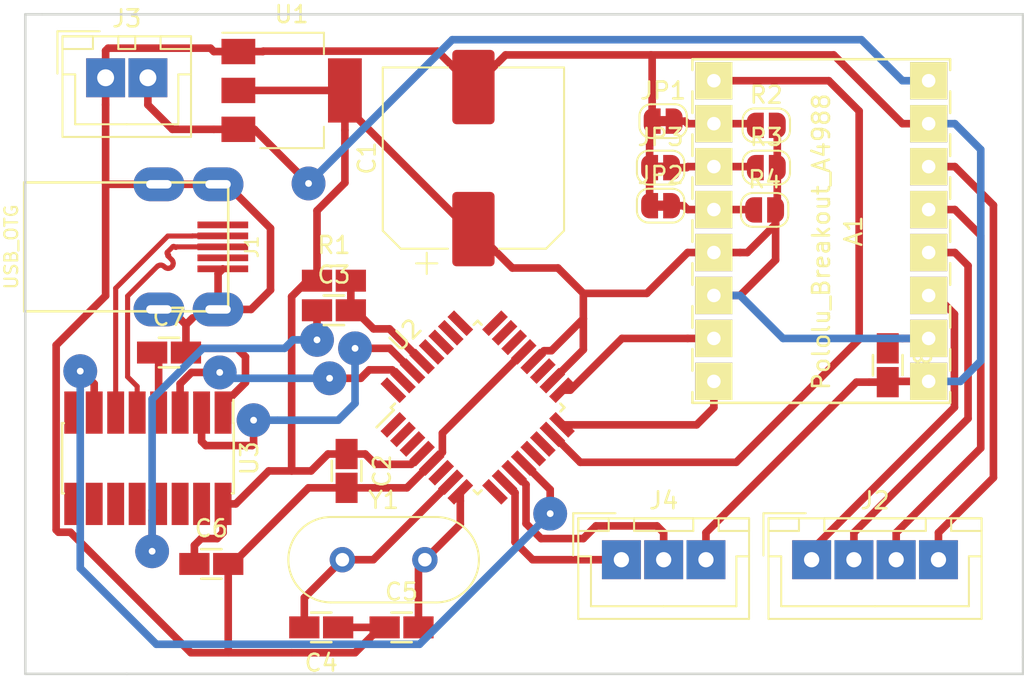
<source format=kicad_pcb>
(kicad_pcb (version 20221018) (generator pcbnew)
  (layers (0 "F.Cu" signal) (31 "B.Cu" signal) (34 "B.Paste" user) (35 "F.Paste" user) (36 "B.SilkS" user "B.Silkscreen") (37 "F.SilkS" user "F.Silkscreen") (38 "B.Mask" user) (39 "F.Mask" user) (44 "Edge.Cuts" user))
  (net 0 "")
  (net 1 "GND")
  (net 2 "Net-(J1-Pad4)")
  (net 3 "Net-(J1-Pad1)")
  (net 4 "Net-(A1-Pad3)")
  (net 5 "Net-(A1-Pad4)")
  (net 6 "Net-(A1-Pad5)")
  (net 7 "Net-(A1-Pad6)")
  (net 8 "+5V")
  (net 9 "Net-(C3-Pad2)")
  (net 10 "Net-(C7-Pad1)")
  (net 11 "Net-(C5-Pad2)")
  (net 12 "Net-(C4-Pad2)")
  (net 13 "RST")
  (net 14 "+12V")
  (net 15 "RXD")
  (net 16 "TXD")
  (net 17 "CLKOUT")
  (net 18 "Net-(U3-Pad8)")
  (net 19 "Net-(U3-Pad9)")
  (net 20 "Net-(U3-Pad10)")
  (net 21 "Net-(U3-Pad11)")
  (net 22 "Net-(U3-Pad12)")
  (net 23 "Net-(U3-Pad14)")
  (net 24 "Net-(U3-Pad15)")
  (net 25 "Net-(U2-Pad1)")
  (net 26 "Net-(U2-Pad2)")
  (net 27 "Net-(U2-Pad3)")
  (net 28 "Net-(U2-Pad6)")
  (net 29 "Net-(U2-Pad9)")
  (net 30 "Net-(U2-Pad13)")
  (net 31 "Net-(U2-Pad14)")
  (net 32 "Net-(U2-Pad19)")
  (net 33 "Net-(U2-Pad22)")
  (net 34 "Net-(U2-Pad23)")
  (net 35 "Net-(U2-Pad24)")
  (net 36 "Net-(U2-Pad25)")
  (net 37 "Net-(U2-Pad26)")
  (net 38 "Net-(U2-Pad27)")
  (net 39 "Net-(U2-Pad28)")
  (net 40 "Net-(U2-Pad32)")
  (net 41 "Net-(A1-Pad10)")
  (net 42 "Net-(A1-Pad11)")
  (net 43 "Net-(A1-Pad12)")
  (net 44 "/D+")
  (net 45 "/D-")
  (net 46 "STEP_EN")
  (net 47 "STEP_DIR")
  (net 48 "STEP_STEP")
  (net 49 "/DOWN")
  (net 50 "/UP")
  (footprint "coddingtonbear:UJ2-MIBH-4-SMT" (layer "F.Cu") (at 108 99.75 -90)
    (fp_text reference "J1")
    (fp_text value "USB_OTG")
  )
  (footprint "coddingtonbear:0805_Milling" (layer "F.Cu") (at 114.25 101.75)
    (fp_text reference "R1")
    (fp_text value "10k")
  )
  (footprint "coddingtonbear:0805_Milling" (layer "F.Cu") (at 147 106.75 -90)
    (fp_text reference "C8")
    (fp_text value "0.1u")
  )
  (footprint "coddingtonbear:0805_Milling" (layer "F.Cu") (at 104.5 106)
    (fp_text reference "C7")
    (fp_text value "0.1u")
  )
  (footprint "coddingtonbear:0805_Milling" (layer "F.Cu") (at 118.25 122.25)
    (fp_text reference "C5")
    (fp_text value "22p")
  )
  (footprint "coddingtonbear:0805_Milling" (layer "F.Cu") (at 113.5 122.25 180)
    (fp_text reference "C4")
    (fp_text value "22p")
  )
  (footprint "coddingtonbear:0805_Milling" (layer "F.Cu") (at 114.25 103.5)
    (fp_text reference "C3")
    (fp_text value "0.1u")
  )
  (footprint "coddingtonbear:0805_Milling" (layer "F.Cu") (at 115 113 -90)
    (fp_text reference "C2")
    (fp_text value "0.1u")
  )
  (footprint "Package_SO:SOIC-16_3.9x9.9mm_P1.27mm" (layer "F.Cu") (at 103.25 112.25 -90)
    (fp_text reference "U3")
    (fp_text value "CH340G")
  )
  (footprint "Package_QFP:TQFP-32_7x7mm_P0.8mm" (layer "F.Cu") (at 122.75 109.25 45)
    (fp_text reference "U2")
    (fp_text value "ATmega328PB-AU")
  )
  (footprint "Jumper:SolderJumper-2_P1.3mm_Open_RoundedPad1.0x1.5mm" (layer "F.Cu") (at 139.819035 92.564554)
    (fp_text reference "R2")
    (fp_text value "JMP")
  )
  (footprint "Jumper:SolderJumper-2_P1.3mm_Open_RoundedPad1.0x1.5mm" (layer "F.Cu") (at 139.819035 95.064554)
    (fp_text reference "R3")
    (fp_text value "JMP")
  )
  (footprint "Jumper:SolderJumper-2_P1.3mm_Open_RoundedPad1.0x1.5mm" (layer "F.Cu") (at 139.719035 97.564554)
    (fp_text reference "R4")
    (fp_text value "JMP")
  )
  (footprint "Jumper:SolderJumper-2_P1.3mm_Bridged_RoundedPad1.0x1.5mm" (layer "F.Cu") (at 133.719035 92.314554)
    (fp_text reference "JP1")
    (fp_text value "Jumper_NC_Small")
  )
  (footprint "Jumper:SolderJumper-2_P1.3mm_Bridged_RoundedPad1.0x1.5mm" (layer "F.Cu") (at 133.569035 95.064554)
    (fp_text reference "JP3")
    (fp_text value "Jumper_NC_Small")
  )
  (footprint "Jumper:SolderJumper-2_P1.3mm_Bridged_RoundedPad1.0x1.5mm" (layer "F.Cu") (at 133.569035 97.314554)
    (fp_text reference "JP2")
    (fp_text value "Jumper_NC_Small")
  )
  (footprint "Crystal:Crystal_HC49-U_Vertical" (layer "F.Cu") (at 114.75 118.25)
    (fp_text reference "Y1")
    (fp_text value "Crystal")
  )
  (footprint "coddingtonbear:Pololu_Stepper_Breakout" (layer "F.Cu") (at 143.069035 98.814554 180)
    (fp_text reference "A1")
    (fp_text value "Pololu_Breakout_A4988")
  )
  (footprint "coddingtonbear:JST_XH_B04B-XH-A_04x2.50mm_Straight_LargePads" (layer "F.Cu") (at 142.5 118.25)
    (fp_text reference "J2")
    (fp_text value "Stepper")
  )
  (footprint "coddingtonbear:JST_XH_B02B-XH-A_02x2.50mm_Straight_LargePads" (layer "F.Cu") (at 100.75 89.75)
    (fp_text reference "J3")
    (fp_text value "Power")
  )
  (footprint "Package_TO_SOT_SMD:SOT-223-3_TabPin2" (layer "F.Cu") (at 111.75 90.5)
    (fp_text reference "U1")
    (fp_text value "AZ1117-5.0")
  )
  (footprint "Capacitor_SMD:CP_Elec_10x10.5" (layer "F.Cu") (at 122.5 94.5 90)
    (fp_text reference "C1")
    (fp_text value "220u")
  )
  (footprint "coddingtonbear:0805_Milling" (layer "F.Cu") (at 107 118.5)
    (fp_text reference "C6")
    (fp_text value "0.1u")
  )
  (footprint "coddingtonbear:JST_XH_B03B-XH-A_03x2.50mm_Straight_LargePads" (layer "F.Cu") (at 131.25 118.25)
    (fp_text reference "J4")
    (fp_text value "Controls")
  )
  (gr_line (start 102 125) (end 96 125) (stroke (width 0.15)) (layer "Edge.Cuts"))
  (gr_line (start 155 86) (end 155 123) (stroke (width 0.15)) (layer "Edge.Cuts"))
  (gr_line (start 155 124) (end 155 125) (stroke (width 0.15)) (layer "Edge.Cuts"))
  (gr_line (start 155 125) (end 102 125) (stroke (width 0.15)) (layer "Edge.Cuts"))
  (gr_line (start 155 123) (end 155 124) (stroke (width 0.15)) (layer "Edge.Cuts"))
  (gr_line (start 97 86) (end 155 86) (stroke (width 0.15)) (layer "Edge.Cuts"))
  (gr_line (start 96 86) (end 97 86) (stroke (width 0.15)) (layer "Edge.Cuts"))
  (gr_line (start 96 125) (end 96 86) (stroke (width 0.15)) (layer "Edge.Cuts"))
  (segment (start 107.4 103.45) (end 109.35 103.45) (width 0.45) (layer "F.Cu") (net 1))
  (segment (start 100.75 102.640996) (end 97.824998 105.565998) (width 0.45) (layer "F.Cu") (net 1))
  (segment (start 124.835966 106.598348) (end 125.472361 105.961953) (width 0.45) (layer "F.Cu") (net 1))
  (segment (start 109.020004 106.25) (end 109.020004 107.774996) (width 0.45) (layer "F.Cu") (net 1))
  (segment (start 109.020004 107.774996) (end 107.695 109.1) (width 0.45) (layer "F.Cu") (net 1))
  (segment (start 120.027639 112.538047) (end 118.565686 114) (width 0.45) (layer "F.Cu") (net 1))
  (segment (start 120.664034 110.77028) (end 124.835966 106.598348) (width 0.45) (layer "F.Cu") (net 1))
  (segment (start 108 119.6) (end 108 123.75) (width 0.45) (layer "F.Cu") (net 1))
  (segment (start 149.419035 107.704554) (end 147.045446 107.704554) (width 0.45) (layer "F.Cu") (net 1))
  (segment (start 108 118.5) (end 108 119.6) (width 0.45) (layer "F.Cu") (net 1))
  (segment (start 108 118.5) (end 108.245 118.5) (width 0.45) (layer "F.Cu") (net 1))
  (segment (start 98.664999 116.625001) (end 105.789998 123.75) (width 0.45) (layer "F.Cu") (net 1))
  (segment (start 117.005 122.25) (end 115.505 123.75) (width 0.45) (layer "F.Cu") (net 1))
  (segment (start 118.565686 114) (end 115 114) (width 0.45) (layer "F.Cu") (net 1))
  (segment (start 97.824998 105.565998) (end 97.824998 116.485) (width 0.45) (layer "F.Cu") (net 1))
  (segment (start 132.919035 95.064554) (end 132.919035 92.464554) (width 0.45) (layer "F.Cu") (net 1))
  (segment (start 108.520004 105.75) (end 109.020004 106.25) (width 0.45) (layer "F.Cu") (net 1))
  (segment (start 109.35 103.45) (end 110.5 102.3) (width 0.45) (layer "F.Cu") (net 1))
  (segment (start 97.964999 116.625001) (end 98.664999 116.625001) (width 0.45) (layer "F.Cu") (net 1))
  (segment (start 149.419035 92.464554) (end 147.869035 92.464554) (width 0.45) (layer "F.Cu") (net 1))
  (segment (start 108.6 88.2) (end 110.05 88.2) (width 0.45) (layer "F.Cu") (net 1))
  (segment (start 107.4 103.45) (end 107.4 101.3279) (width 0.45) (layer "F.Cu") (net 1))
  (segment (start 143.804034 88.399553) (end 133 88.399553) (width 0.45) (layer "F.Cu") (net 1))
  (segment (start 117.25 122.25) (end 114.5 122.25) (width 0.45) (layer "F.Cu") (net 1))
  (segment (start 107.15 88.2) (end 108.6 88.2) (width 0.45) (layer "F.Cu") (net 1))
  (segment (start 97.824998 116.485) (end 97.964999 116.625001) (width 0.45) (layer "F.Cu") (net 1))
  (segment (start 110.5 102.3) (end 110.5 98.65) (width 0.45) (layer "F.Cu") (net 1))
  (segment (start 105.789998 123.75) (end 108 123.75) (width 0.45) (layer "F.Cu") (net 1))
  (segment (start 123.82071 88.97929) (end 122.5 90.3) (width 0.45) (layer "F.Cu") (net 1))
  (segment (start 133 88.399553) (end 124.400447 88.399553) (width 0.45) (layer "F.Cu") (net 1))
  (segment (start 110.5 98.65) (end 107.9 96.05) (width 0.45) (layer "F.Cu") (net 1))
  (segment (start 100.75 93.35) (end 100.75 96) (width 0.45) (layer "F.Cu") (net 1))
  (segment (start 100.75 96) (end 100.75 102.640996) (width 0.45) (layer "F.Cu") (net 1))
  (segment (start 103.9 103.45) (end 104.6 103.45) (width 0.45) (layer "F.Cu") (net 1))
  (segment (start 100.75 93.35) (end 100.75 91.35) (width 0.45) (layer "F.Cu") (net 1))
  (segment (start 110.075001 88.174999) (end 120.374999 88.174999) (width 0.45) (layer "F.Cu") (net 1))
  (segment (start 103.9 96.05) (end 100.8 96.05) (width 0.45) (layer "F.Cu") (net 1))
  (segment (start 133.069035 92.314554) (end 133.069035 88.468588) (width 0.45) (layer "F.Cu") (net 1))
  (segment (start 107.9 96.05) (end 107.4 96.05) (width 0.45) (layer "F.Cu") (net 1))
  (segment (start 117.25 122.25) (end 117.005 122.25) (width 0.45) (layer "F.Cu") (net 1))
  (segment (start 147.045446 107.704554) (end 147 107.75) (width 0.45) (layer "F.Cu") (net 1))
  (segment (start 105.745 106) (end 105.995 105.75) (width 0.45) (layer "F.Cu") (net 1))
  (segment (start 108 123.75) (end 111.75 123.75) (width 0.45) (layer "F.Cu") (net 1))
  (segment (start 132.919035 97.314554) (end 132.919035 95.064554) (width 0.45) (layer "F.Cu") (net 1))
  (segment (start 120.374999 88.174999) (end 121.17929 88.97929) (width 0.45) (layer "F.Cu") (net 1))
  (segment (start 100.75 89.75) (end 100.75 88.15) (width 0.45) (layer "F.Cu") (net 1))
  (segment (start 112.745 114) (end 115 114) (width 0.45) (layer "F.Cu") (net 1))
  (segment (start 110.05 88.2) (end 110.075001 88.174999) (width 0.45) (layer "F.Cu") (net 1))
  (segment (start 132.919035 92.464554) (end 133.069035 92.314554) (width 0.45) (layer "F.Cu") (net 1))
  (segment (start 136.25 118.25) (end 136.25 116.65) (width 0.45) (layer "F.Cu") (net 1))
  (segment (start 107.4 96.05) (end 103.9 96.05) (width 0.45) (layer "F.Cu") (net 1))
  (segment (start 105.5 104.35) (end 105.9 103.95) (width 0.45) (layer "F.Cu") (net 1))
  (segment (start 105.5 106) (end 105.5 104.35) (width 0.45) (layer "F.Cu") (net 1))
  (segment (start 145.15 107.75) (end 145.9 107.75) (width 0.45) (layer "F.Cu") (net 1))
  (segment (start 147.869035 92.464554) (end 143.804034 88.399553) (width 0.45) (layer "F.Cu") (net 1))
  (segment (start 105.995 105.75) (end 108.520004 105.75) (width 0.45) (layer "F.Cu") (net 1))
  (segment (start 106.95 88) (end 107.15 88.2) (width 0.45) (layer "F.Cu") (net 1))
  (segment (start 136.25 116.65) (end 145.15 107.75) (width 0.45) (layer "F.Cu") (net 1))
  (segment (start 120.664034 111.901652) (end 120.664034 110.77028) (width 0.45) (layer "F.Cu") (net 1))
  (segment (start 105.5 106) (end 105.745 106) (width 0.45) (layer "F.Cu") (net 1))
  (segment (start 100.8 96.05) (end 100.75 96) (width 0.45) (layer "F.Cu") (net 1))
  (segment (start 104.6 103.45) (end 105.5 104.35) (width 0.45) (layer "F.Cu") (net 1))
  (segment (start 120.027639 112.538047) (end 120.664034 111.901652) (width 0.45) (layer "F.Cu") (net 1))
  (segment (start 108.245 118.5) (end 112.745 114) (width 0.45) (layer "F.Cu") (net 1))
  (segment (start 121.17929 88.97929) (end 122.5 90.3) (width 0.45) (layer "F.Cu") (net 1))
  (segment (start 100.75 91.35) (end 100.75 89.75) (width 0.45) (layer "F.Cu") (net 1))
  (segment (start 107.695 109.1) (end 107.695 109.55) (width 0.45) (layer "F.Cu") (net 1))
  (segment (start 115.505 123.75) (end 111.75 123.75) (width 0.45) (layer "F.Cu") (net 1))
  (segment (start 133.069035 88.468588) (end 133 88.399553) (width 0.45) (layer "F.Cu") (net 1))
  (segment (start 100.75 88.15) (end 100.9 88) (width 0.45) (layer "F.Cu") (net 1))
  (segment (start 124.400447 88.399553) (end 123.82071 88.97929) (width 0.45) (layer "F.Cu") (net 1))
  (segment (start 145.9 107.75) (end 147 107.75) (width 0.45) (layer "F.Cu") (net 1))
  (segment (start 107.4 101.3279) (end 107.67996 101.04794) (width 0.45) (layer "F.Cu") (net 1))
  (segment (start 100.9 88) (end 106.95 88) (width 0.45) (layer "F.Cu") (net 1))
  (segment (start 150.969035 92.464554) (end 152.5 93.995519) (width 0.45) (layer "B.Cu") (net 1))
  (segment (start 149.419035 92.464554) (end 150.969035 92.464554) (width 0.45) (layer "B.Cu") (net 1))
  (segment (start 152.5 106.5) (end 151.295446 107.704554) (width 0.45) (layer "B.Cu") (net 1))
  (segment (start 151.295446 107.704554) (end 149.419035 107.704554) (width 0.45) (layer "B.Cu") (net 1))
  (segment (start 152.5 93.995519) (end 152.5 106.5) (width 0.45) (layer "B.Cu") (net 1))
  (segment (start 150.944036 103.724553) (end 149.844037 102.624554) (width 0.45) (layer "F.Cu") (net 4))
  (segment (start 142.5 118.25) (end 142.5 117.684998) (width 0.45) (layer "F.Cu") (net 4))
  (segment (start 142.5 117.684998) (end 150.944036 109.240962) (width 0.45) (layer "F.Cu") (net 4))
  (segment (start 150.944036 109.240962) (end 150.944036 103.724553) (width 0.45) (layer "F.Cu") (net 4))
  (segment (start 149.844037 102.624554) (end 149.419035 102.624554) (width 0.45) (layer "F.Cu") (net 4))
  (segment (start 145 116.65) (end 151.75 109.9) (width 0.45) (layer "F.Cu") (net 5))
  (segment (start 150.969035 100.084554) (end 149.419035 100.084554) (width 0.45) (layer "F.Cu") (net 5))
  (segment (start 151.75 100.865519) (end 150.969035 100.084554) (width 0.45) (layer "F.Cu") (net 5))
  (segment (start 145 118.25) (end 145 116.65) (width 0.45) (layer "F.Cu") (net 5))
  (segment (start 151.75 109.9) (end 151.75 100.865519) (width 0.45) (layer "F.Cu") (net 5))
  (segment (start 152.5 111.65) (end 152.5 99.075519) (width 0.45) (layer "F.Cu") (net 6))
  (segment (start 152.5 99.075519) (end 150.969035 97.544554) (width 0.45) (layer "F.Cu") (net 6))
  (segment (start 147.5 118.25) (end 147.5 116.65) (width 0.45) (layer "F.Cu") (net 6))
  (segment (start 147.5 116.65) (end 152.5 111.65) (width 0.45) (layer "F.Cu") (net 6))
  (segment (start 150.969035 97.544554) (end 149.419035 97.544554) (width 0.45) (layer "F.Cu") (net 6))
  (segment (start 150 118.25) (end 150 116.65) (width 0.45) (layer "F.Cu") (net 7))
  (segment (start 153.25 113.4) (end 153.25 97.285519) (width 0.45) (layer "F.Cu") (net 7))
  (segment (start 153.25 97.285519) (end 150.969035 95.004554) (width 0.45) (layer "F.Cu") (net 7))
  (segment (start 150 116.65) (end 153.25 113.4) (width 0.45) (layer "F.Cu") (net 7))
  (segment (start 150.969035 95.004554) (end 149.419035 95.004554) (width 0.45) (layer "F.Cu") (net 7))
  (segment (start 127.108756 105.891244) (end 126.674442 105.891244) (width 0.45) (layer "F.Cu") (net 8))
  (segment (start 147.869035 105.164554) (end 149.419035 105.164554) (width 0.45) (layer "F.Cu") (net 8))
  (segment (start 140.369035 97.564554) (end 140.369035 98.412146) (width 0.45) (layer "F.Cu") (net 8))
  (segment (start 114.9 91.4) (end 122.2 98.7) (width 0.45) (layer "F.Cu") (net 8))
  (segment (start 140.369035 97.564554) (end 140.369035 100.524554) (width 0.45) (layer "F.Cu") (net 8))
  (segment (start 114.9 92.85) (end 114.9 90.5) (width 0.45) (layer "F.Cu") (net 8))
  (segment (start 113.25 101.75) (end 112.689998 101.75) (width 0.45) (layer "F.Cu") (net 8))
  (segment (start 122.5 98.7) (end 124.8 101) (width 0.45) (layer "F.Cu") (net 8))
  (segment (start 124.8 101) (end 127.5 101) (width 0.45) (layer "F.Cu") (net 8))
  (segment (start 138.696627 100.084554) (end 138.269035 100.084554) (width 0.45) (layer "F.Cu") (net 8))
  (segment (start 122.2 98.7) (end 122.5 98.7) (width 0.45) (layer "F.Cu") (net 8))
  (segment (start 115 112) (end 116.1 112) (width 0.45) (layer "F.Cu") (net 8))
  (segment (start 108.445 114.95) (end 110.395 113) (width 0.45) (layer "F.Cu") (net 8))
  (segment (start 107.345 117) (end 107.695 116.65) (width 0.45) (layer "F.Cu") (net 8))
  (segment (start 114.9 95.959002) (end 114.9 92.85) (width 0.45) (layer "F.Cu") (net 8))
  (segment (start 111.75 102.689998) (end 111.75 113) (width 0.45) (layer "F.Cu") (net 8))
  (segment (start 126.674442 105.891244) (end 126.038047 106.527639) (width 0.45) (layer "F.Cu") (net 8))
  (segment (start 127.5 101) (end 129 102.5) (width 0.45) (layer "F.Cu") (net 8))
  (segment (start 106 118.5) (end 106 117.4) (width 0.45) (layer "F.Cu") (net 8))
  (segment (start 113.9 112) (end 112.9 113) (width 0.45) (layer "F.Cu") (net 8))
  (segment (start 106 117.4) (end 106.4 117) (width 0.45) (layer "F.Cu") (net 8))
  (segment (start 108.6 90.5) (end 114.9 90.5) (width 0.45) (layer "F.Cu") (net 8))
  (segment (start 114.9 90.5) (end 114.9 91.4) (width 0.45) (layer "F.Cu") (net 8))
  (segment (start 147.121443 105.164554) (end 147.869035 105.164554) (width 0.45) (layer "F.Cu") (net 8))
  (segment (start 113.25 101.75) (end 113.25 97.609002) (width 0.45) (layer "F.Cu") (net 8))
  (segment (start 140.369035 98.412146) (end 138.696627 100.084554) (width 0.45) (layer "F.Cu") (net 8))
  (segment (start 136.719035 100.084554) (end 135.169035 100.084554) (width 0.45) (layer "F.Cu") (net 8))
  (segment (start 106.4 117) (end 107.345 117) (width 0.45) (layer "F.Cu") (net 8))
  (segment (start 112.689998 101.75) (end 111.75 102.689998) (width 0.45) (layer "F.Cu") (net 8))
  (segment (start 113.25 97.609002) (end 114.9 95.959002) (width 0.45) (layer "F.Cu") (net 8))
  (segment (start 140.469035 92.564554) (end 140.469035 95.064554) (width 0.45) (layer "F.Cu") (net 8))
  (segment (start 116.708756 112.608756) (end 118.825558 112.608756) (width 0.45) (layer "F.Cu") (net 8))
  (segment (start 112.9 113) (end 111.75 113) (width 0.45) (layer "F.Cu") (net 8))
  (segment (start 118.825558 112.608756) (end 119.461953 111.972361) (width 0.45) (layer "F.Cu") (net 8))
  (segment (start 138.269035 100.084554) (end 136.719035 100.084554) (width 0.45) (layer "F.Cu") (net 8))
  (segment (start 129 105.828427) (end 129 104) (width 0.45) (layer "F.Cu") (net 8))
  (segment (start 132.753589 102.5) (end 129 102.5) (width 0.45) (layer "F.Cu") (net 8))
  (segment (start 127.169417 107.65901) (end 129 105.828427) (width 0.45) (layer "F.Cu") (net 8))
  (segment (start 107.695 116.65) (end 107.695 114.95) (width 0.45) (layer "F.Cu") (net 8))
  (segment (start 129 102.5) (end 129 104) (width 0.45) (layer "F.Cu") (net 8))
  (segment (start 140.369035 100.524554) (end 138.269035 102.624554) (width 0.45) (layer "F.Cu") (net 8))
  (segment (start 116.1 112) (end 116.708756 112.608756) (width 0.45) (layer "F.Cu") (net 8))
  (segment (start 140.469035 97.464554) (end 140.369035 97.564554) (width 0.45) (layer "F.Cu") (net 8))
  (segment (start 107.695 114.95) (end 108.445 114.95) (width 0.45) (layer "F.Cu") (net 8))
  (segment (start 140.469035 95.064554) (end 140.469035 97.464554) (width 0.45) (layer "F.Cu") (net 8))
  (segment (start 138.269035 102.624554) (end 136.719035 102.624554) (width 0.45) (layer "F.Cu") (net 8))
  (segment (start 135.169035 100.084554) (end 132.753589 102.5) (width 0.45) (layer "F.Cu") (net 8))
  (segment (start 129 104) (end 127.108756 105.891244) (width 0.45) (layer "F.Cu") (net 8))
  (segment (start 110.395 113) (end 111.75 113) (width 0.45) (layer "F.Cu") (net 8))
  (segment (start 115 112) (end 113.9 112) (width 0.45) (layer "F.Cu") (net 8))
  (segment (start 140.809035 105.164554) (end 147.869035 105.164554) (width 0.45) (layer "B.Cu") (net 8))
  (segment (start 138.269035 102.624554) (end 140.809035 105.164554) (width 0.45) (layer "B.Cu") (net 8))
  (segment (start 147.869035 105.164554) (end 149.419035 105.164554) (width 0.45) (layer "B.Cu") (net 8))
  (segment (start 136.719035 102.624554) (end 138.269035 102.624554) (width 0.45) (layer "B.Cu") (net 8))
  (segment (start 116.595 104.6) (end 117.534314 104.6) (width 0.45) (layer "F.Cu") (net 9))
  (segment (start 115.25 101.75) (end 115.25 103.5) (width 0.45) (layer "F.Cu") (net 9))
  (segment (start 118.825558 105.891244) (end 119.461953 106.527639) (width 0.45) (layer "F.Cu") (net 9))
  (segment (start 115.25 103.5) (end 115.495 103.5) (width 0.45) (layer "F.Cu") (net 9))
  (segment (start 115.495 103.5) (end 116.595 104.6) (width 0.45) (layer "F.Cu") (net 9))
  (segment (start 117.534314 104.6) (end 118.825558 105.891244) (width 0.45) (layer "F.Cu") (net 9))
  (segment (start 103.885 109.55) (end 103.885 106.385) (width 0.45) (layer "F.Cu") (net 10))
  (segment (start 103.885 106.385) (end 103.5 106) (width 0.45) (layer "F.Cu") (net 10))
  (segment (start 121.724695 114.775305) (end 121.724695 114.235103) (width 0.45) (layer "F.Cu") (net 11))
  (segment (start 121.724695 116.155305) (end 121.724695 114.775305) (width 0.45) (layer "F.Cu") (net 11))
  (segment (start 119.63 118.25) (end 121.724695 116.155305) (width 0.45) (layer "F.Cu") (net 11))
  (segment (start 119.25 122.25) (end 119.25 118.63) (width 0.45) (layer "F.Cu") (net 11))
  (segment (start 119.25 118.63) (end 119.63 118.25) (width 0.45) (layer "F.Cu") (net 11))
  (segment (start 114.75 118.25) (end 116.578427 118.25) (width 0.45) (layer "F.Cu") (net 12))
  (segment (start 112.5 122.25) (end 112.5 120.5) (width 0.45) (layer "F.Cu") (net 12))
  (segment (start 112.5 120.5) (end 114.75 118.25) (width 0.45) (layer "F.Cu") (net 12))
  (segment (start 116.578427 118.25) (end 121.15901 113.669417) (width 0.45) (layer "F.Cu") (net 12))
  (segment (start 113.25 103.5) (end 113.25 105.25) (width 0.45) (layer "F.Cu") (net 13))
  (segment (start 103.5 117.75) (end 103.5 115.335) (width 0.45) (layer "F.Cu") (net 13))
  (segment (start 103.5 115.335) (end 103.885 114.95) (width 0.45) (layer "F.Cu") (net 13))
  (via (at 113.25 105.25) (size 2) (drill 0.4) (layers "F.Cu" "B.Cu") (net 13))
  (via (at 103.5 117.75) (size 2) (drill 0.4) (layers "F.Cu" "B.Cu") (net 13))
  (segment (start 103.5 108.75) (end 103.5 117.75) (width 0.45) (layer "B.Cu") (net 13))
  (segment (start 111.835787 105.25) (end 111.335787 105.75) (width 0.45) (layer "B.Cu") (net 13))
  (segment (start 113.25 105.25) (end 111.835787 105.25) (width 0.45) (layer "B.Cu") (net 13))
  (segment (start 106.5 105.75) (end 103.5 108.75) (width 0.45) (layer "B.Cu") (net 13))
  (segment (start 111.335787 105.75) (end 106.5 105.75) (width 0.45) (layer "B.Cu") (net 13))
  (segment (start 103.25 89.75) (end 103.25 91.35) (width 0.45) (layer "F.Cu") (net 14))
  (segment (start 107.15 92.8) (end 108.6 92.8) (width 0.45) (layer "F.Cu") (net 14))
  (segment (start 104.7 92.8) (end 107.15 92.8) (width 0.45) (layer "F.Cu") (net 14))
  (segment (start 103.25 91.35) (end 104.7 92.8) (width 0.45) (layer "F.Cu") (net 14))
  (segment (start 109.55 92.8) (end 108.6 92.8) (width 0.45) (layer "F.Cu") (net 14))
  (segment (start 112.75 96) (end 109.55 92.8) (width 0.45) (layer "F.Cu") (net 14))
  (via (at 112.75 96) (size 2) (drill 0.4) (layers "F.Cu" "B.Cu") (net 14))
  (segment (start 145.444481 87.5) (end 121.25 87.5) (width 0.45) (layer "B.Cu") (net 14))
  (segment (start 149.419035 89.924554) (end 147.869035 89.924554) (width 0.45) (layer "B.Cu") (net 14))
  (segment (start 147.869035 89.924554) (end 145.444481 87.5) (width 0.45) (layer "B.Cu") (net 14))
  (segment (start 121.25 87.5) (end 112.75 96) (width 0.45) (layer "B.Cu") (net 14))
  (segment (start 117.552944 105.75) (end 118.896268 107.093324) (width 0.45) (layer "F.Cu") (net 15))
  (segment (start 109.5 111.414213) (end 109.5 110) (width 0.45) (layer "F.Cu") (net 15))
  (segment (start 106.425 109.55) (end 106.425 111.25) (width 0.45) (layer "F.Cu") (net 15))
  (segment (start 109.414213 111.5) (end 109.5 111.414213) (width 0.45) (layer "F.Cu") (net 15))
  (segment (start 106.675 111.5) (end 109.414213 111.5) (width 0.45) (layer "F.Cu") (net 15))
  (segment (start 106.425 111.25) (end 106.675 111.5) (width 0.45) (layer "F.Cu") (net 15))
  (segment (start 115.5 105.75) (end 117.552944 105.75) (width 0.45) (layer "F.Cu") (net 15))
  (via (at 115.5 105.75) (size 2) (drill 0.4) (layers "F.Cu" "B.Cu") (net 15))
  (via (at 109.5 110) (size 2) (drill 0.4) (layers "F.Cu" "B.Cu") (net 15))
  (segment (start 109.5 110) (end 110.914213 110) (width 0.45) (layer "B.Cu") (net 15))
  (segment (start 115.5 109) (end 115.5 105.75) (width 0.45) (layer "B.Cu") (net 15))
  (segment (start 110.914213 110) (end 114.5 110) (width 0.45) (layer "B.Cu") (net 15))
  (segment (start 114.5 110) (end 115.5 109) (width 0.45) (layer "B.Cu") (net 15))
  (segment (start 107.07999 107.17501) (end 107.497211 107.17501) (width 0.45) (layer "F.Cu") (net 16))
  (segment (start 105.82999 107.17501) (end 105.155 107.85) (width 0.45) (layer "F.Cu") (net 16))
  (segment (start 107.497211 107.17501) (end 105.82999 107.17501) (width 0.45) (layer "F.Cu") (net 16))
  (segment (start 115.408336 107.521147) (end 113.994123 107.521147) (width 0.45) (layer "F.Cu") (net 16))
  (segment (start 105.155 107.85) (end 105.155 109.55) (width 0.45) (layer "F.Cu") (net 16))
  (segment (start 117.694188 107.022615) (end 116.336387 107.022615) (width 0.45) (layer "F.Cu") (net 16))
  (segment (start 115.837855 107.521147) (end 115.408336 107.521147) (width 0.45) (layer "F.Cu") (net 16))
  (segment (start 116.336387 107.022615) (end 115.837855 107.521147) (width 0.45) (layer "F.Cu") (net 16))
  (segment (start 105.155 109.55) (end 105.155 109.1) (width 0.45) (layer "F.Cu") (net 16))
  (segment (start 118.330583 107.65901) (end 117.694188 107.022615) (width 0.45) (layer "F.Cu") (net 16))
  (via (at 107.497211 107.17501) (size 2) (drill 0.4) (layers "F.Cu" "B.Cu") (net 16))
  (via (at 113.994123 107.521147) (size 2) (drill 0.4) (layers "F.Cu" "B.Cu") (net 16))
  (segment (start 113.994123 107.521147) (end 107.843348 107.521147) (width 0.45) (layer "B.Cu") (net 16))
  (segment (start 107.843348 107.521147) (end 107.497211 107.17501) (width 0.45) (layer "B.Cu") (net 16))
  (segment (start 127.03996 114.105646) (end 127.03996 114.110478) (width 0.45) (layer "F.Cu") (net 17))
  (segment (start 99.32495 107.09995) (end 99.25 107.09995) (width 0.45) (layer "F.Cu") (net 17))
  (segment (start 100.075 107.85) (end 99.32495 107.09995) (width 0.45) (layer "F.Cu") (net 17))
  (segment (start 127.03996 114.110478) (end 127.03996 115.524691) (width 0.45) (layer "F.Cu") (net 17))
  (segment (start 125.472361 112.538047) (end 127.03996 114.105646) (width 0.45) (layer "F.Cu") (net 17))
  (segment (start 100.075 109.55) (end 100.075 107.85) (width 0.45) (layer "F.Cu") (net 17))
  (via (at 127.03996 115.524691) (size 2) (drill 0.4) (layers "F.Cu" "B.Cu") (net 17))
  (via (at 99.25 107.09995) (size 2) (drill 0.4) (layers "F.Cu" "B.Cu") (net 17))
  (segment (start 99.25 118.75) (end 103.75 123.25) (width 0.45) (layer "B.Cu") (net 17))
  (segment (start 119.314651 123.25) (end 126.039961 116.52469) (width 0.45) (layer "B.Cu") (net 17))
  (segment (start 103.75 123.25) (end 119.314651 123.25) (width 0.45) (layer "B.Cu") (net 17))
  (segment (start 126.039961 116.52469) (end 127.03996 115.524691) (width 0.45) (layer "B.Cu") (net 17))
  (segment (start 99.25 107.09995) (end 99.25 118.75) (width 0.45) (layer "B.Cu") (net 17))
  (segment (start 136.719035 92.464554) (end 135.169035 92.464554) (width 0.45) (layer "F.Cu") (net 41))
  (segment (start 135.169035 92.464554) (end 135.019035 92.314554) (width 0.45) (layer "F.Cu") (net 41))
  (segment (start 135.019035 92.314554) (end 134.394045 92.314554) (width 0.45) (layer "F.Cu") (net 41))
  (segment (start 139.069035 92.464554) (end 139.169035 92.564554) (width 0.45) (layer "F.Cu") (net 41))
  (segment (start 136.719035 92.464554) (end 139.069035 92.464554) (width 0.45) (layer "F.Cu") (net 41))
  (segment (start 135.169035 95.004554) (end 135.109035 95.064554) (width 0.45) (layer "F.Cu") (net 42))
  (segment (start 139.109035 95.004554) (end 139.169035 95.064554) (width 0.45) (layer "F.Cu") (net 42))
  (segment (start 135.109035 95.064554) (end 134.244045 95.064554) (width 0.45) (layer "F.Cu") (net 42))
  (segment (start 136.719035 95.004554) (end 139.109035 95.004554) (width 0.45) (layer "F.Cu") (net 42))
  (segment (start 136.719035 95.004554) (end 135.169035 95.004554) (width 0.45) (layer "F.Cu") (net 42))
  (segment (start 134.939035 97.314554) (end 134.244045 97.314554) (width 0.45) (layer "F.Cu") (net 43))
  (segment (start 139.049035 97.544554) (end 139.069035 97.564554) (width 0.45) (layer "F.Cu") (net 43))
  (segment (start 135.169035 97.544554) (end 134.939035 97.314554) (width 0.45) (layer "F.Cu") (net 43))
  (segment (start 136.719035 97.544554) (end 139.049035 97.544554) (width 0.45) (layer "F.Cu") (net 43))
  (segment (start 136.719035 97.544554) (end 135.169035 97.544554) (width 0.45) (layer "F.Cu") (net 43))
  (segment (start 104.606167 100.975501) (end 104.545642 101.004647) (width 0.3) (layer "F.Cu") (net 44))
  (segment (start 104.400642 100.159042) (end 104.412781 100.174264) (width 0.3) (layer "F.Cu") (net 44))
  (segment (start 104.744671 100.687892) (end 104.74467 100.755072) (width 0.3) (layer "F.Cu") (net 44))
  (segment (start 104.729314 99.737861) (end 104.714092 99.75) (width 0.3) (layer "F.Cu") (net 44))
  (segment (start 103.845797 100.874843) (end 103.793274 100.916728) (width 0.3) (layer "F.Cu") (net 44))
  (segment (start 104.387863 100.122521) (end 104.392195 100.141502) (width 0.3) (layer "F.Cu") (net 44))
  (segment (start 104.869808 99.770585) (end 104.852268 99.762138) (width 0.3) (layer "F.Cu") (net 44))
  (segment (start 104.927238 99.770585) (end 104.908257 99.774917) (width 0.3) (layer "F.Cu") (net 44))
  (segment (start 104.347474 101.004648) (end 104.286949 100.9755) (width 0.3) (layer "F.Cu") (net 44))
  (segment (start 104.908257 99.774917) (end 104.888789 99.774917) (width 0.3) (layer "F.Cu") (net 44))
  (segment (start 102.615 108) (end 102.615 109.55) (width 0.3) (layer "F.Cu") (net 44))
  (segment (start 104.852268 99.762138) (end 104.821824 99.737861) (width 0.3) (layer "F.Cu") (net 44))
  (segment (start 104.412969 101.019596) (end 104.347474 101.004648) (width 0.3) (layer "F.Cu") (net 44))
  (segment (start 104.700574 100.881092) (end 104.658689 100.933615) (width 0.3) (layer "F.Cu") (net 44))
  (segment (start 104.474257 100.23574) (end 104.429669 100.280331) (width 0.3) (layer "F.Cu") (net 44))
  (segment (start 104.765835 99.725082) (end 104.746854 99.729414) (width 0.3) (layer "F.Cu") (net 44))
  (segment (start 104.74467 100.755072) (end 104.729722 100.820566) (width 0.3) (layer "F.Cu") (net 44))
  (segment (start 104.038997 100.830746) (end 103.971817 100.830747) (width 0.3) (layer "F.Cu") (net 44))
  (segment (start 104.700575 100.561872) (end 104.729723 100.622398) (width 0.3) (layer "F.Cu") (net 44))
  (segment (start 104.785303 99.725082) (end 104.765835 99.725082) (width 0.3) (layer "F.Cu") (net 44))
  (segment (start 104.412781 100.174264) (end 104.474257 100.23574) (width 0.3) (layer "F.Cu") (net 44))
  (segment (start 104.234425 100.933615) (end 104.217538 100.916728) (width 0.3) (layer "F.Cu") (net 44))
  (segment (start 104.480147 101.019597) (end 104.412969 101.019596) (width 0.3) (layer "F.Cu") (net 44))
  (segment (start 102.04999 102.66001) (end 102.04999 107.43499) (width 0.3) (layer "F.Cu") (net 44))
  (segment (start 104.392195 100.084072) (end 104.387863 100.103053) (width 0.3) (layer "F.Cu") (net 44))
  (segment (start 104.746854 99.729414) (end 104.729314 99.737861) (width 0.3) (layer "F.Cu") (net 44))
  (segment (start 104.821824 99.737861) (end 104.804284 99.729414) (width 0.3) (layer "F.Cu") (net 44))
  (segment (start 104.104491 100.845694) (end 104.038997 100.830746) (width 0.3) (layer "F.Cu") (net 44))
  (segment (start 103.793274 100.916728) (end 103.435166 101.274834) (width 0.3) (layer "F.Cu") (net 44))
  (segment (start 104.729722 100.820566) (end 104.700574 100.881092) (width 0.3) (layer "F.Cu") (net 44))
  (segment (start 104.412781 100.05131) (end 104.400642 100.066532) (width 0.3) (layer "F.Cu") (net 44))
  (segment (start 103.971817 100.830747) (end 103.906323 100.845695) (width 0.3) (layer "F.Cu") (net 44))
  (segment (start 107.67996 99.75) (end 104.96 99.75) (width 0.3) (layer "F.Cu") (net 44))
  (segment (start 104.400642 100.066532) (end 104.392195 100.084072) (width 0.3) (layer "F.Cu") (net 44))
  (segment (start 103.435166 101.274834) (end 102.04999 102.66001) (width 0.3) (layer "F.Cu") (net 44))
  (segment (start 104.286949 100.9755) (end 104.234425 100.933615) (width 0.3) (layer "F.Cu") (net 44))
  (segment (start 104.545642 101.004647) (end 104.480147 101.019597) (width 0.3) (layer "F.Cu") (net 44))
  (segment (start 103.906323 100.845695) (end 103.845797 100.874843) (width 0.3) (layer "F.Cu") (net 44))
  (segment (start 104.392195 100.141502) (end 104.400642 100.159042) (width 0.3) (layer "F.Cu") (net 44))
  (segment (start 104.429669 100.280331) (end 104.658689 100.509351) (width 0.3) (layer "F.Cu") (net 44))
  (segment (start 104.96 99.75) (end 104.944778 99.762138) (width 0.3) (layer "F.Cu") (net 44))
  (segment (start 104.217538 100.916728) (end 104.165017 100.874842) (width 0.3) (layer "F.Cu") (net 44))
  (segment (start 102.04999 107.43499) (end 102.615 108) (width 0.3) (layer "F.Cu") (net 44))
  (segment (start 104.658689 100.933615) (end 104.606167 100.975501) (width 0.3) (layer "F.Cu") (net 44))
  (segment (start 104.944778 99.762138) (end 104.927238 99.770585) (width 0.3) (layer "F.Cu") (net 44))
  (segment (start 104.804284 99.729414) (end 104.785303 99.725082) (width 0.3) (layer "F.Cu") (net 44))
  (segment (start 104.714092 99.75) (end 104.412781 100.05131) (width 0.3) (layer "F.Cu") (net 44))
  (segment (start 104.888789 99.774917) (end 104.869808 99.770585) (width 0.3) (layer "F.Cu") (net 44))
  (segment (start 104.387863 100.103053) (end 104.387863 100.122521) (width 0.3) (layer "F.Cu") (net 44))
  (segment (start 104.165017 100.874842) (end 104.104491 100.845694) (width 0.3) (layer "F.Cu") (net 44))
  (segment (start 104.729723 100.622398) (end 104.744671 100.687892) (width 0.3) (layer "F.Cu") (net 44))
  (segment (start 104.658689 100.509351) (end 104.700575 100.561872) (width 0.3) (layer "F.Cu") (net 44))
  (segment (start 104.43 99.11) (end 105.87226 99.11) (width 0.3) (layer "F.Cu") (net 45))
  (segment (start 105.87226 99.11) (end 105.87996 99.1023) (width 0.3) (layer "F.Cu") (net 45))
  (segment (start 101.345 109.55) (end 101.345 102.195) (width 0.3) (layer "F.Cu") (net 45))
  (segment (start 101.345 102.195) (end 104.43 99.11) (width 0.3) (layer "F.Cu") (net 45))
  (segment (start 105.87996 99.1023) (end 107.67996 99.1023) (width 0.3) (layer "F.Cu") (net 45))
  (segment (start 145.31 105.22) (end 145.31 91.72) (width 0.45) (layer "F.Cu") (net 46))
  (segment (start 128.818427 112.49) (end 138.04 112.49) (width 0.45) (layer "F.Cu") (net 46))
  (segment (start 138.04 112.49) (end 145.31 105.22) (width 0.45) (layer "F.Cu") (net 46))
  (segment (start 143.514554 89.924554) (end 136.719035 89.924554) (width 0.45) (layer "F.Cu") (net 46))
  (segment (start 127.169417 110.84099) (end 128.818427 112.49) (width 0.45) (layer "F.Cu") (net 46))
  (segment (start 145.31 91.72) (end 143.514554 89.924554) (width 0.45) (layer "F.Cu") (net 46))
  (segment (start 135.698284 110.275305) (end 136.719035 109.254554) (width 0.45) (layer "F.Cu") (net 47))
  (segment (start 127.735103 110.275305) (end 135.698284 110.275305) (width 0.45) (layer "F.Cu") (net 47))
  (segment (start 136.719035 109.254554) (end 136.719035 107.704554) (width 0.45) (layer "F.Cu") (net 47))
  (segment (start 135.169035 105.164554) (end 136.719035 105.164554) (width 0.45) (layer "F.Cu") (net 48))
  (segment (start 127.735103 108.224695) (end 128.224012 108.224695) (width 0.45) (layer "F.Cu") (net 48))
  (segment (start 128.224012 108.224695) (end 131.284153 105.164554) (width 0.45) (layer "F.Cu") (net 48))
  (segment (start 131.284153 105.164554) (end 135.169035 105.164554) (width 0.45) (layer "F.Cu") (net 48))
  (segment (start 126 118.25) (end 124.960455 117.210455) (width 0.45) (layer "F.Cu") (net 49))
  (segment (start 124.960455 117.210455) (end 124.960455 114.288882) (width 0.45) (layer "F.Cu") (net 49))
  (segment (start 124.960455 114.288882) (end 124.34099 113.669417) (width 0.45) (layer "F.Cu") (net 49))
  (segment (start 131.25 118.25) (end 126 118.25) (width 0.45) (layer "F.Cu") (net 49))
  (segment (start 133.75 116.65) (end 133.75 118.25) (width 0.45) (layer "F.Cu") (net 50))
  (segment (start 126.5 117) (end 129 117) (width 0.45) (layer "F.Cu") (net 50))
  (segment (start 129.75 116.25) (end 133.35 116.25) (width 0.45) (layer "F.Cu") (net 50))
  (segment (start 133.35 116.25) (end 133.75 116.65) (width 0.45) (layer "F.Cu") (net 50))
  (segment (start 129 117) (end 129.75 116.25) (width 0.45) (layer "F.Cu") (net 50))
  (segment (start 124.906676 113.103732) (end 125.610466 113.807522) (width 0.45) (layer "F.Cu") (net 50))
  (segment (start 125.610466 113.807522) (end 125.610466 116.110466) (width 0.45) (layer "F.Cu") (net 50))
  (segment (start 125.610466 116.110466) (end 126.5 117) (width 0.45) (layer "F.Cu") (net 50))
)
</source>
